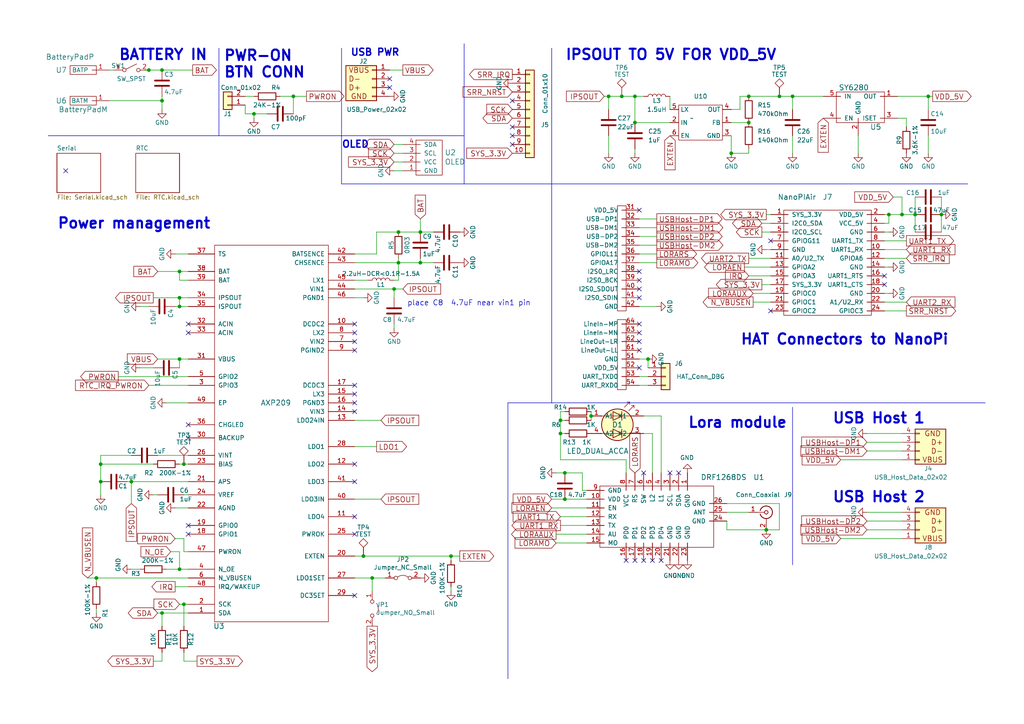
<source format=kicad_sch>
(kicad_sch (version 20230121) (generator eeschema)
  (paper "A4")
  (title_block (title "WiRoc NanoPI Hat") (date "2018-03-31") (rev "1") (company "Henrik Larsson"))
  (junction (at 163.83 137.16))
  (junction (at 85.09 27.94))
  (junction (at 162.56 121.92))
  (junction (at 52.07 86.36))
  (junction (at 46.99 177.8))
  (junction (at 226.06 27.94))
  (junction (at 52.07 78.74))
  (junction (at 222.25 153.67))
  (junction (at 29.21 134.62))
  (junction (at 52.07 104.14))
  (junction (at 187.96 104.14))
  (junction (at 269.24 27.94))
  (junction (at 105.41 161.29))
  (junction (at 38.1 139.7))
  (junction (at 115.57 67.31))
  (junction (at 46.99 29.21))
  (junction (at 73.66 33.02))
  (junction (at 180.34 27.94))
  (junction (at 176.53 27.94))
  (junction (at 107.95 167.64))
  (junction (at 121.92 67.31))
  (junction (at 53.34 175.26))
  (junction (at 217.17 35.56))
  (junction (at 27.94 167.64))
  (junction (at 46.99 20.32))
  (junction (at 184.15 27.94))
  (junction (at 273.05 62.23))
  (junction (at 184.15 35.56))
  (junction (at 162.56 125.73))
  (junction (at 121.92 76.2))
  (junction (at 217.17 27.94))
  (junction (at 29.21 139.7))
  (junction (at 163.83 144.78))
  (junction (at 212.09 44.45))
  (junction (at 52.07 88.9))
  (junction (at 229.87 27.94))
  (junction (at 43.18 20.32))
  (junction (at 171.45 120.65))
  (junction (at 261.62 62.23))
  (junction (at 52.07 165.1))
  (junction (at 114.3 83.82))
  (junction (at 130.81 161.29))
  (junction (at 115.57 76.2))
  (junction (at 53.34 134.62))
  (junction (at 257.81 62.23))
  (junction (at 265.43 62.23))
  (no_connect (at 223.52 90.17))
  (no_connect (at 102.87 116.84))
  (no_connect (at 102.87 119.38))
  (no_connect (at 113.03 25.4))
  (no_connect (at 256.54 82.55))
  (no_connect (at 54.61 154.94))
  (no_connect (at 102.87 114.3))
  (no_connect (at 186.69 162.56))
  (no_connect (at 102.87 172.72))
  (no_connect (at 54.61 127))
  (no_connect (at 185.42 101.6))
  (no_connect (at 191.77 162.56))
  (no_connect (at 181.61 162.56))
  (no_connect (at 148.59 36.83))
  (no_connect (at 102.87 134.62))
  (no_connect (at 19.05 49.53))
  (no_connect (at 54.61 123.19))
  (no_connect (at 54.61 96.52))
  (no_connect (at 148.59 29.21))
  (no_connect (at 54.61 152.4))
  (no_connect (at 102.87 93.98))
  (no_connect (at 148.59 41.91))
  (no_connect (at 102.87 111.76))
  (no_connect (at 185.42 81.28))
  (no_connect (at 196.85 137.16))
  (no_connect (at 54.61 93.98))
  (no_connect (at 102.87 149.86))
  (no_connect (at 102.87 101.6))
  (no_connect (at 102.87 96.52))
  (no_connect (at 185.42 78.74))
  (no_connect (at 102.87 99.06))
  (no_connect (at 185.42 93.98))
  (no_connect (at 113.03 22.86))
  (no_connect (at 185.42 86.36))
  (no_connect (at 186.69 137.16))
  (no_connect (at 185.42 106.68))
  (no_connect (at 184.15 162.56))
  (no_connect (at 185.42 60.96))
  (no_connect (at 189.23 162.56))
  (no_connect (at 256.54 80.01))
  (no_connect (at 148.59 39.37))
  (no_connect (at 102.87 154.94))
  (no_connect (at 102.87 139.7))
  (no_connect (at 185.42 99.06))
  (no_connect (at 185.42 83.82))
  (no_connect (at 223.52 69.85))
  (no_connect (at 185.42 96.52))
  (no_connect (at 194.31 137.16))
  (wire (pts (xy 185.42 76.2) (xy 190.5 76.2)))
  (wire (pts (xy 107.95 167.64) (xy 107.95 171.45)))
  (wire (pts (xy 168.91 137.16) (xy 163.83 137.16)))
  (wire (pts (xy 29.21 139.7) (xy 29.21 143.51)))
  (wire (pts (xy 52.07 175.26) (xy 53.34 175.26)))
  (wire (pts (xy 115.57 67.31) (xy 121.92 67.31)))
  (wire (pts (xy 191.77 120.65) (xy 186.69 120.65)))
  (wire (pts (xy 36.83 139.7) (xy 38.1 139.7)))
  (wire (pts (xy 115.57 76.2) (xy 115.57 81.28)))
  (wire (pts (xy 53.34 191.77) (xy 57.15 191.77)))
  (wire (pts (xy 184.15 27.94) (xy 186.69 27.94)))
  (polyline (pts (xy 147.32 196.85) (xy 147.32 116.84)))
  (wire (pts (xy 210.82 153.67) (xy 210.82 151.13)))
  (wire (pts (xy 102.87 167.64) (xy 107.95 167.64)))
  (wire (pts (xy 54.61 81.28) (xy 52.07 81.28)))
  (wire (pts (xy 269.24 31.75) (xy 269.24 27.94)))
  (wire (pts (xy 46.99 181.61) (xy 46.99 177.8)))
  (wire (pts (xy 217.17 44.45) (xy 212.09 44.45)))
  (wire (pts (xy 194.31 35.56) (xy 184.15 35.56)))
  (wire (pts (xy 214.63 31.75) (xy 212.09 31.75)))
  (wire (pts (xy 41.91 20.32) (xy 43.18 20.32)))
  (wire (pts (xy 121.92 76.2) (xy 121.92 74.93)))
  (wire (pts (xy 257.81 62.23) (xy 261.62 62.23)))
  (wire (pts (xy 185.42 109.22) (xy 187.96 109.22)))
  (wire (pts (xy 50.8 147.32) (xy 54.61 147.32)))
  (wire (pts (xy 121.92 76.2) (xy 125.73 76.2)))
  (wire (pts (xy 223.52 67.31) (xy 220.98 67.31)))
  (wire (pts (xy 265.43 67.31) (xy 265.43 62.23)))
  (wire (pts (xy 212.09 35.56) (xy 217.17 35.56)))
  (wire (pts (xy 171.45 119.38) (xy 171.45 120.65)))
  (wire (pts (xy 256.54 85.09) (xy 257.81 85.09)))
  (wire (pts (xy 46.99 27.94) (xy 46.99 29.21)))
  (wire (pts (xy 256.54 69.85) (xy 262.89 69.85)))
  (wire (pts (xy 54.61 170.18) (xy 50.8 170.18)))
  (wire (pts (xy 162.56 149.86) (xy 170.18 149.86)))
  (wire (pts (xy 130.81 161.29) (xy 133.35 161.29)))
  (wire (pts (xy 220.98 64.77) (xy 223.52 64.77)))
  (wire (pts (xy 256.54 74.93) (xy 262.89 74.93)))
  (polyline (pts (xy 147.32 116.84) (xy 285.75 116.84)))
  (wire (pts (xy 38.1 132.08) (xy 29.21 132.08)))
  (wire (pts (xy 259.08 57.15) (xy 261.62 57.15)))
  (wire (pts (xy 53.34 156.21) (xy 53.34 160.02)))
  (wire (pts (xy 54.61 143.51) (xy 53.34 143.51)))
  (wire (pts (xy 114.3 46.99) (xy 116.84 46.99)))
  (wire (pts (xy 105.41 86.36) (xy 102.87 86.36)))
  (wire (pts (xy 251.46 153.67) (xy 261.62 153.67)))
  (wire (pts (xy 176.53 39.37) (xy 176.53 44.45)))
  (wire (pts (xy 223.52 80.01) (xy 217.17 80.01)))
  (wire (pts (xy 261.62 133.35) (xy 243.84 133.35)))
  (wire (pts (xy 45.72 132.08) (xy 54.61 132.08)))
  (polyline (pts (xy 63.5 39.37) (xy 63.5 13.97)))
  (wire (pts (xy 256.54 62.23) (xy 257.81 62.23)))
  (wire (pts (xy 53.34 156.21) (xy 50.8 156.21)))
  (wire (pts (xy 248.92 39.37) (xy 248.92 44.45)))
  (wire (pts (xy 170.18 157.48) (xy 161.29 157.48)))
  (polyline (pts (xy 160.02 13.97) (xy 160.02 116.84)))
  (wire (pts (xy 130.81 170.18) (xy 130.81 171.45)))
  (wire (pts (xy 257.81 77.47) (xy 256.54 77.47)))
  (wire (pts (xy 162.56 125.73) (xy 162.56 133.35)))
  (wire (pts (xy 114.3 41.91) (xy 116.84 41.91)))
  (polyline (pts (xy 160.02 53.34) (xy 280.67 53.34)))
  (wire (pts (xy 38.1 146.05) (xy 38.1 139.7)))
  (polyline (pts (xy 229.87 118.11) (xy 229.87 163.83)))
  (wire (pts (xy 52.07 81.28) (xy 52.07 78.74)))
  (wire (pts (xy 163.83 125.73) (xy 162.56 125.73)))
  (wire (pts (xy 170.18 142.24) (xy 168.91 142.24)))
  (wire (pts (xy 190.5 66.04) (xy 185.42 66.04)))
  (wire (pts (xy 54.61 165.1) (xy 52.07 165.1)))
  (wire (pts (xy 190.5 71.12) (xy 185.42 71.12)))
  (wire (pts (xy 256.54 64.77) (xy 257.81 64.77)))
  (wire (pts (xy 115.57 81.28) (xy 114.3 81.28)))
  (wire (pts (xy 212.09 39.37) (xy 212.09 44.45)))
  (wire (pts (xy 189.23 137.16) (xy 189.23 125.73)))
  (wire (pts (xy 102.87 129.54) (xy 109.22 129.54)))
  (wire (pts (xy 73.66 33.02) (xy 73.66 34.29)))
  (wire (pts (xy 273.05 57.15) (xy 273.05 62.23)))
  (wire (pts (xy 130.81 162.56) (xy 130.81 161.29)))
  (wire (pts (xy 226.06 27.94) (xy 229.87 27.94)))
  (wire (pts (xy 215.9 77.47) (xy 223.52 77.47)))
  (wire (pts (xy 257.81 64.77) (xy 257.81 62.23)))
  (wire (pts (xy 191.77 137.16) (xy 191.77 120.65)))
  (wire (pts (xy 181.61 133.35) (xy 181.61 137.16)))
  (wire (pts (xy 273.05 67.31) (xy 273.05 62.23)))
  (wire (pts (xy 185.42 73.66) (xy 190.5 73.66)))
  (polyline (pts (xy 13.97 39.37) (xy 134.62 39.37)))
  (polyline (pts (xy 99.06 13.97) (xy 99.06 53.34)))
  (wire (pts (xy 49.53 160.02) (xy 52.07 160.02)))
  (wire (pts (xy 121.92 67.31) (xy 125.73 67.31)))
  (wire (pts (xy 269.24 27.94) (xy 270.51 27.94)))
  (wire (pts (xy 38.1 165.1) (xy 40.64 165.1)))
  (wire (pts (xy 102.87 161.29) (xy 105.41 161.29)))
  (wire (pts (xy 109.22 67.31) (xy 115.57 67.31)))
  (wire (pts (xy 222.25 153.67) (xy 226.06 153.67)))
  (wire (pts (xy 44.45 143.51) (xy 45.72 143.51)))
  (wire (pts (xy 180.34 27.94) (xy 176.53 27.94)))
  (wire (pts (xy 52.07 104.14) (xy 54.61 104.14)))
  (wire (pts (xy 53.34 189.23) (xy 53.34 191.77)))
  (wire (pts (xy 160.02 144.78) (xy 163.83 144.78)))
  (wire (pts (xy 46.99 29.21) (xy 46.99 31.75)))
  (wire (pts (xy 46.99 177.8) (xy 45.72 177.8)))
  (wire (pts (xy 52.07 78.74) (xy 54.61 78.74)))
  (polyline (pts (xy 99.06 53.34) (xy 160.02 53.34)))
  (wire (pts (xy 27.94 168.91) (xy 27.94 167.64)))
  (wire (pts (xy 40.64 88.9) (xy 43.18 88.9)))
  (wire (pts (xy 73.66 33.02) (xy 77.47 33.02)))
  (wire (pts (xy 226.06 146.05) (xy 226.06 153.67)))
  (wire (pts (xy 102.87 73.66) (xy 109.22 73.66)))
  (wire (pts (xy 38.1 139.7) (xy 54.61 139.7)))
  (wire (pts (xy 194.31 31.75) (xy 194.31 27.94)))
  (wire (pts (xy 184.15 43.18) (xy 184.15 44.45)))
  (wire (pts (xy 102.87 76.2) (xy 115.57 76.2)))
  (wire (pts (xy 163.83 144.78) (xy 170.18 144.78)))
  (wire (pts (xy 214.63 27.94) (xy 217.17 27.94)))
  (wire (pts (xy 185.42 68.58) (xy 190.5 68.58)))
  (wire (pts (xy 52.07 86.36) (xy 54.61 86.36)))
  (wire (pts (xy 162.56 133.35) (xy 181.61 133.35)))
  (wire (pts (xy 210.82 153.67) (xy 222.25 153.67)))
  (wire (pts (xy 217.17 74.93) (xy 223.52 74.93)))
  (wire (pts (xy 261.62 57.15) (xy 261.62 62.23)))
  (wire (pts (xy 31.75 29.21) (xy 46.99 29.21)))
  (wire (pts (xy 256.54 67.31) (xy 257.81 67.31)))
  (wire (pts (xy 114.3 44.45) (xy 116.84 44.45)))
  (wire (pts (xy 31.75 20.32) (xy 33.02 20.32)))
  (wire (pts (xy 25.4 167.64) (xy 27.94 167.64)))
  (wire (pts (xy 45.72 78.74) (xy 52.07 78.74)))
  (wire (pts (xy 44.45 134.62) (xy 29.21 134.62)))
  (wire (pts (xy 262.89 34.29) (xy 260.35 34.29)))
  (wire (pts (xy 269.24 44.45) (xy 269.24 39.37)))
  (polyline (pts (xy 134.62 12.7) (xy 134.62 53.34)))
  (wire (pts (xy 52.07 88.9) (xy 52.07 86.36)))
  (wire (pts (xy 53.34 175.26) (xy 53.34 181.61)))
  (wire (pts (xy 184.15 27.94) (xy 184.15 35.56)))
  (wire (pts (xy 71.12 27.94) (xy 73.66 27.94)))
  (wire (pts (xy 210.82 146.05) (xy 226.06 146.05)))
  (wire (pts (xy 262.89 87.63) (xy 256.54 87.63)))
  (wire (pts (xy 43.18 111.76) (xy 54.61 111.76)))
  (wire (pts (xy 265.43 57.15) (xy 265.43 62.23)))
  (wire (pts (xy 260.35 27.94) (xy 269.24 27.94)))
  (wire (pts (xy 102.87 121.92) (xy 110.49 121.92)))
  (wire (pts (xy 217.17 43.18) (xy 217.17 44.45)))
  (wire (pts (xy 27.94 167.64) (xy 54.61 167.64)))
  (wire (pts (xy 218.44 87.63) (xy 223.52 87.63)))
  (wire (pts (xy 162.56 152.4) (xy 170.18 152.4)))
  (wire (pts (xy 34.29 109.22) (xy 54.61 109.22)))
  (wire (pts (xy 163.83 121.92) (xy 162.56 121.92)))
  (wire (pts (xy 46.99 191.77) (xy 44.45 191.77)))
  (wire (pts (xy 210.82 148.59) (xy 217.17 148.59)))
  (wire (pts (xy 29.21 132.08) (xy 29.21 134.62)))
  (wire (pts (xy 162.56 119.38) (xy 162.56 121.92)))
  (wire (pts (xy 256.54 90.17) (xy 262.89 90.17)))
  (wire (pts (xy 184.15 27.94) (xy 180.34 27.94)))
  (wire (pts (xy 102.87 81.28) (xy 106.68 81.28)))
  (wire (pts (xy 114.3 86.36) (xy 114.3 83.82)))
  (wire (pts (xy 114.3 83.82) (xy 116.84 83.82)))
  (wire (pts (xy 251.46 125.73) (xy 261.62 125.73)))
  (wire (pts (xy 85.09 33.02) (xy 85.09 27.94)))
  (wire (pts (xy 223.52 62.23) (xy 222.25 62.23)))
  (wire (pts (xy 261.62 128.27) (xy 251.46 128.27)))
  (wire (pts (xy 185.42 111.76) (xy 187.96 111.76)))
  (wire (pts (xy 45.72 104.14) (xy 52.07 104.14)))
  (wire (pts (xy 102.87 83.82) (xy 114.3 83.82)))
  (wire (pts (xy 229.87 27.94) (xy 238.76 27.94)))
  (wire (pts (xy 71.12 33.02) (xy 71.12 30.48)))
  (wire (pts (xy 226.06 27.94) (xy 217.17 27.94)))
  (wire (pts (xy 50.8 88.9) (xy 52.07 88.9)))
  (wire (pts (xy 187.96 106.68) (xy 187.96 104.14)))
  (wire (pts (xy 161.29 137.16) (xy 163.83 137.16)))
  (wire (pts (xy 223.52 72.39) (xy 222.25 72.39)))
  (wire (pts (xy 40.64 106.68) (xy 44.45 106.68)))
  (wire (pts (xy 229.87 31.75) (xy 229.87 27.94)))
  (wire (pts (xy 54.61 116.84) (xy 48.26 116.84)))
  (wire (pts (xy 53.34 175.26) (xy 54.61 175.26)))
  (wire (pts (xy 114.3 49.53) (xy 116.84 49.53)))
  (wire (pts (xy 53.34 134.62) (xy 54.61 134.62)))
  (wire (pts (xy 171.45 121.92) (xy 171.45 120.65)))
  (wire (pts (xy 170.18 154.94) (xy 161.29 154.94)))
  (wire (pts (xy 115.57 76.2) (xy 121.92 76.2)))
  (wire (pts (xy 102.87 144.78) (xy 110.49 144.78)))
  (wire (pts (xy 256.54 72.39) (xy 262.89 72.39)))
  (wire (pts (xy 220.98 82.55) (xy 223.52 82.55)))
  (wire (pts (xy 115.57 74.93) (xy 115.57 76.2)))
  (wire (pts (xy 85.09 27.94) (xy 88.9 27.94)))
  (wire (pts (xy 185.42 104.14) (xy 187.96 104.14)))
  (wire (pts (xy 52.07 134.62) (xy 53.34 134.62)))
  (wire (pts (xy 163.83 119.38) (xy 162.56 119.38)))
  (wire (pts (xy 46.99 189.23) (xy 46.99 191.77)))
  (wire (pts (xy 176.53 27.94) (xy 176.53 31.75)))
  (wire (pts (xy 52.07 88.9) (xy 54.61 88.9)))
  (wire (pts (xy 44.45 86.36) (xy 52.07 86.36)))
  (wire (pts (xy 262.89 36.83) (xy 262.89 34.29)))
  (wire (pts (xy 107.95 167.64) (xy 111.76 167.64)))
  (wire (pts (xy 251.46 148.59) (xy 261.62 148.59)))
  (wire (pts (xy 261.62 62.23) (xy 265.43 62.23)))
  (wire (pts (xy 261.62 151.13) (xy 251.46 151.13)))
  (wire (pts (xy 121.92 67.31) (xy 121.92 63.5)))
  (wire (pts (xy 168.91 142.24) (xy 168.91 137.16)))
  (wire (pts (xy 71.12 33.02) (xy 73.66 33.02)))
  (wire (pts (xy 189.23 125.73) (xy 186.69 125.73)))
  (wire (pts (xy 162.56 121.92) (xy 162.56 125.73)))
  (wire (pts (xy 261.62 156.21) (xy 243.84 156.21)))
  (wire (pts (xy 43.18 20.32) (xy 46.99 20.32)))
  (wire (pts (xy 229.87 39.37) (xy 229.87 44.45)))
  (wire (pts (xy 160.02 147.32) (xy 170.18 147.32)))
  (wire (pts (xy 52.07 106.68) (xy 52.07 104.14)))
  (wire (pts (xy 251.46 130.81) (xy 261.62 130.81)))
  (wire (pts (xy 81.28 27.94) (xy 85.09 27.94)))
  (wire (pts (xy 54.61 73.66) (xy 50.8 73.66)))
  (wire (pts (xy 105.41 161.29) (xy 130.81 161.29)))
  (wire (pts (xy 113.03 20.32) (xy 116.84 20.32)))
  (wire (pts (xy 52.07 165.1) (xy 48.26 165.1)))
  (wire (pts (xy 46.99 20.32) (xy 55.88 20.32)))
  (wire (pts (xy 175.26 27.94) (xy 176.53 27.94)))
  (wire (pts (xy 29.21 134.62) (xy 29.21 139.7)))
  (wire (pts (xy 52.07 160.02) (xy 52.07 165.1)))
  (wire (pts (xy 53.34 160.02) (xy 54.61 160.02)))
  (wire (pts (xy 27.94 177.8) (xy 27.94 176.53)))
  (wire (pts (xy 114.3 95.25) (xy 114.3 93.98)))
  (wire (pts (xy 109.22 73.66) (xy 109.22 67.31)))
  (wire (pts (xy 214.63 31.75) (xy 214.63 27.94)))
  (wire (pts (xy 185.42 88.9) (xy 190.5 88.9)))
  (wire (pts (xy 54.61 177.8) (xy 46.99 177.8)))
  (wire (pts (xy 218.44 85.09) (xy 223.52 85.09)))
  (wire (pts (xy 185.42 63.5) (xy 190.5 63.5)))
  (text "place C8  4.7uF near vin1 pin" (at 118.11 88.9 0) (effects (font (size 1.524 1.524)) (justify left bottom)))
  (text "USB PWR" (at 101.6 16.51 0) (effects (font (size 2.0066 2.0066) (thickness 0.4013) bold) (justify left bottom)))
  (text "USB Host 2" (at 241.3 146.05 0) (effects (font (size 2.9972 2.9972) (thickness 0.5994) bold) (justify left bottom)))
  (text "Lora module" (at 199.39 124.46 0) (effects (font (size 2.9972 2.9972) (thickness 0.5994) bold) (justify left bottom)))
  (text "HAT Connectors to NanoPi" (at 214.63 100.33 0) (effects (font (size 2.9972 2.9972) (thickness 0.5994) bold) (justify left bottom)))
  (text "IPSOUT TO 5V FOR VDD_5V" (at 163.83 17.78 0) (effects (font (size 2.9972 2.9972) (thickness 0.5994) bold) (justify left bottom)))
  (text "PWR-ON\nBTN CONN" (at 64.77 22.86 0) (effects (font (size 2.9972 2.9972) (thickness 0.5994) bold) (justify left bottom)))
  (text "Power management" (at 16.51 66.675 0) (effects (font (size 2.9972 2.9972) (thickness 0.5994) bold) (justify left bottom)))
  (text "OLED" (at 99.06 43.18 0) (effects (font (size 2.0066 2.0066) (thickness 0.4013) bold) (justify left bottom)))
  (text "USB Host 1" (at 241.3 123.19 0) (effects (font (size 2.9972 2.9972) (thickness 0.5994) bold) (justify left bottom)))
  (text "BATTERY IN" (at 34.29 17.78 0) (effects (font (size 2.9972 2.9972) (thickness 0.5994) bold) (justify left bottom)))
  (global_label "IPSOUT" (shape input) (at 116.84 83.82 0) (effects (font (size 1.524 1.524))) (property "Intersheetrefs" "${INTERSHEET_REFS}" (effects hide)))
  (global_label "SYS_3.3V" (shape output) (at 220.98 82.55 180) (effects (font (size 1.524 1.524))) (property "Intersheetrefs" "${INTERSHEET_REFS}" (effects hide)))
  (global_label "VDD_5V" (shape input) (at 160.02 144.78 180) (effects (font (size 1.524 1.524))) (property "Intersheetrefs" "${INTERSHEET_REFS}" (effects hide)))
  (global_label "SRR_NRST" (shape input) (at 148.59 26.67 180) (effects (font (size 1.524 1.524))) (property "Intersheetrefs" "${INTERSHEET_REFS}" (effects hide)))
  (global_label "PWRON" (shape input) (at 50.8 156.21 180) (effects (font (size 1.524 1.524))) (property "Intersheetrefs" "${INTERSHEET_REFS}" (effects hide)))
  (global_label "LORARS" (shape input) (at 184.15 137.16 90) (effects (font (size 1.524 1.524))) (property "Intersheetrefs" "${INTERSHEET_REFS}" (effects hide)))
  (global_label "USBHost-DP2" (shape input) (at 251.46 151.13 180) (effects (font (size 1.524 1.524))) (property "Intersheetrefs" "${INTERSHEET_REFS}" (effects hide)))
  (global_label "IPSOUT" (shape input) (at 38.1 146.05 270) (effects (font (size 1.524 1.524))) (property "Intersheetrefs" "${INTERSHEET_REFS}" (effects hide)))
  (global_label "VDD_5V" (shape input) (at 243.84 133.35 180) (effects (font (size 1.524 1.524))) (property "Intersheetrefs" "${INTERSHEET_REFS}" (effects hide)))
  (global_label "LORAEN" (shape input) (at 160.02 147.32 180) (effects (font (size 1.524 1.524))) (property "Intersheetrefs" "${INTERSHEET_REFS}" (effects hide)))
  (global_label "SCK" (shape input) (at 52.07 175.26 180) (effects (font (size 1.524 1.524))) (property "Intersheetrefs" "${INTERSHEET_REFS}" (effects hide)))
  (global_label "IPSOUT" (shape input) (at 175.26 27.94 180) (effects (font (size 1.524 1.524))) (property "Intersheetrefs" "${INTERSHEET_REFS}" (effects hide)))
  (global_label "SRR_IRQ" (shape input) (at 262.89 74.93 0) (effects (font (size 1.524 1.524))) (property "Intersheetrefs" "${INTERSHEET_REFS}" (effects hide)))
  (global_label "LDO1" (shape output) (at 109.22 129.54 0) (effects (font (size 1.524 1.524))) (property "Intersheetrefs" "${INTERSHEET_REFS}" (effects hide)))
  (global_label "LORAMO" (shape input) (at 161.29 157.48 180) (effects (font (size 1.524 1.524))) (property "Intersheetrefs" "${INTERSHEET_REFS}" (effects hide)))
  (global_label "VDD_5V" (shape output) (at 270.51 27.94 0) (effects (font (size 1.524 1.524))) (property "Intersheetrefs" "${INTERSHEET_REFS}" (effects hide)))
  (global_label "N_OE" (shape input) (at 49.53 160.02 180) (effects (font (size 1.524 1.524))) (property "Intersheetrefs" "${INTERSHEET_REFS}" (effects hide)))
  (global_label "LORARS" (shape output) (at 190.5 73.66 0) (effects (font (size 1.524 1.524))) (property "Intersheetrefs" "${INTERSHEET_REFS}" (effects hide)))
  (global_label "SDA" (shape bidirectional) (at 114.3 41.91 180) (effects (font (size 1.524 1.524))) (property "Intersheetrefs" "${INTERSHEET_REFS}" (effects hide)))
  (global_label "SYS_3.3V" (shape input) (at 148.59 44.45 180) (effects (font (size 1.524 1.524))) (property "Intersheetrefs" "${INTERSHEET_REFS}" (effects hide)))
  (global_label "SYS_3.3V" (shape output) (at 44.45 191.77 180) (effects (font (size 1.524 1.524))) (property "Intersheetrefs" "${INTERSHEET_REFS}" (effects hide)))
  (global_label "USBHost-DM1" (shape output) (at 190.5 66.04 0) (effects (font (size 1.524 1.524))) (property "Intersheetrefs" "${INTERSHEET_REFS}" (effects hide)))
  (global_label "IRQ" (shape output) (at 50.8 170.18 180) (effects (font (size 1.524 1.524))) (property "Intersheetrefs" "${INTERSHEET_REFS}" (effects hide)))
  (global_label "BAT" (shape input) (at 121.92 63.5 90) (effects (font (size 1.524 1.524))) (property "Intersheetrefs" "${INTERSHEET_REFS}" (effects hide)))
  (global_label "IPSOUT" (shape input) (at 110.49 121.92 0) (effects (font (size 1.524 1.524))) (property "Intersheetrefs" "${INTERSHEET_REFS}" (effects hide)))
  (global_label "SYS_3.3V" (shape output) (at 57.15 191.77 0) (effects (font (size 1.524 1.524))) (property "Intersheetrefs" "${INTERSHEET_REFS}" (effects hide)))
  (global_label "USBHost-DP1" (shape input) (at 251.46 128.27 180) (effects (font (size 1.524 1.524))) (property "Intersheetrefs" "${INTERSHEET_REFS}" (effects hide)))
  (global_label "LORAEN" (shape output) (at 215.9 77.47 180) (effects (font (size 1.524 1.524))) (property "Intersheetrefs" "${INTERSHEET_REFS}" (effects hide)))
  (global_label "USBHost-DM2" (shape output) (at 190.5 71.12 0) (effects (font (size 1.524 1.524))) (property "Intersheetrefs" "${INTERSHEET_REFS}" (effects hide)))
  (global_label "USBHost-DM2" (shape input) (at 251.46 153.67 180) (effects (font (size 1.524 1.524))) (property "Intersheetrefs" "${INTERSHEET_REFS}" (effects hide)))
  (global_label "N_VBUSEN" (shape output) (at 218.44 87.63 180) (effects (font (size 1.524 1.524))) (property "Intersheetrefs" "${INTERSHEET_REFS}" (effects hide)))
  (global_label "SYS_3.3V" (shape input) (at 114.3 46.99 180) (effects (font (size 1.524 1.524))) (property "Intersheetrefs" "${INTERSHEET_REFS}" (effects hide)))
  (global_label "VDD_5V" (shape input) (at 243.84 156.21 180) (effects (font (size 1.524 1.524))) (property "Intersheetrefs" "${INTERSHEET_REFS}" (effects hide)))
  (global_label "SYS_3.3V" (shape output) (at 107.95 181.61 270) (effects (font (size 1.524 1.524))) (property "Intersheetrefs" "${INTERSHEET_REFS}" (effects hide)))
  (global_label "UART2_RX" (shape input) (at 262.89 87.63 0) (effects (font (size 1.524 1.524))) (property "Intersheetrefs" "${INTERSHEET_REFS}" (effects hide)))
  (global_label "BAT" (shape output) (at 55.88 20.32 0) (effects (font (size 1.524 1.524))) (property "Intersheetrefs" "${INTERSHEET_REFS}" (effects hide)))
  (global_label "UART2_TX" (shape output) (at 217.17 74.93 180) (effects (font (size 1.524 1.524))) (property "Intersheetrefs" "${INTERSHEET_REFS}" (effects hide)))
  (global_label "PWRON" (shape output) (at 34.29 109.22 180) (effects (font (size 1.524 1.524))) (property "Intersheetrefs" "${INTERSHEET_REFS}" (effects hide)))
  (global_label "LORAAUX" (shape input) (at 218.44 85.09 180) (effects (font (size 1.524 1.524))) (property "Intersheetrefs" "${INTERSHEET_REFS}" (effects hide)))
  (global_label "EXTEN" (shape input) (at 194.31 39.37 270) (effects (font (size 1.524 1.524))) (property "Intersheetrefs" "${INTERSHEET_REFS}" (effects hide)))
  (global_label "VBUS" (shape output) (at 116.84 20.32 0) (effects (font (size 1.524 1.524))) (property "Intersheetrefs" "${INTERSHEET_REFS}" (effects hide)))
  (global_label "IPSOUT" (shape output) (at 44.45 86.36 180) (effects (font (size 1.524 1.524))) (property "Intersheetrefs" "${INTERSHEET_REFS}" (effects hide)))
  (global_label "SCK" (shape input) (at 114.3 44.45 180) (effects (font (size 1.524 1.524))) (property "Intersheetrefs" "${INTERSHEET_REFS}" (effects hide)))
  (global_label "LORAMO" (shape output) (at 190.5 76.2 0) (effects (font (size 1.524 1.524))) (property "Intersheetrefs" "${INTERSHEET_REFS}" (effects hide)))
  (global_label "PWRON" (shape output) (at 88.9 27.94 0) (effects (font (size 1.524 1.524))) (property "Intersheetrefs" "${INTERSHEET_REFS}" (effects hide)))
  (global_label "SRR_NRST" (shape output) (at 262.89 90.17 0) (effects (font (size 1.524 1.524))) (property "Intersheetrefs" "${INTERSHEET_REFS}" (effects hide)))
  (global_label "IRQ" (shape input) (at 217.17 80.01 180) (effects (font (size 1.524 1.524))) (property "Intersheetrefs" "${INTERSHEET_REFS}" (effects hide)))
  (global_label "UART1_RX" (shape output) (at 162.56 152.4 180) (effects (font (size 1.524 1.524))) (property "Intersheetrefs" "${INTERSHEET_REFS}" (effects hide)))
  (global_label "UART1_TX" (shape input) (at 162.56 149.86 180) (effects (font (size 1.524 1.524))) (property "Intersheetrefs" "${INTERSHEET_REFS}" (effects hide)))
  (global_label "VDD_5V" (shape input) (at 259.08 57.15 180) (effects (font (size 1.524 1.524))) (property "Intersheetrefs" "${INTERSHEET_REFS}" (effects hide)))
  (global_label "USBHost-DP2" (shape output) (at 190.5 68.58 0) (effects (font (size 1.524 1.524))) (property "Intersheetrefs" "${INTERSHEET_REFS}" (effects hide)))
  (global_label "LORAAUX" (shape output) (at 161.29 154.94 180) (effects (font (size 1.524 1.524))) (property "Intersheetrefs" "${INTERSHEET_REFS}" (effects hide)))
  (global_label "RTC_IRQ_PWRON" (shape input) (at 43.18 111.76 180) (effects (font (size 1.524 1.524))) (property "Intersheetrefs" "${INTERSHEET_REFS}" (effects hide)))
  (global_label "SCK" (shape output) (at 220.98 67.31 180) (effects (font (size 1.524 1.524))) (property "Intersheetrefs" "${INTERSHEET_REFS}" (effects hide)))
  (global_label "UART1_TX" (shape output) (at 262.89 69.85 0) (effects (font (size 1.524 1.524))) (property "Intersheetrefs" "${INTERSHEET_REFS}" (effects hide)))
  (global_label "SDA" (shape bidirectional) (at 45.72 177.8 180) (effects (font (size 1.524 1.524))) (property "Intersheetrefs" "${INTERSHEET_REFS}" (effects hide)))
  (global_label "EXTEN" (shape output) (at 133.35 161.29 0) (effects (font (size 1.524 1.524))) (property "Intersheetrefs" "${INTERSHEET_REFS}" (effects hide)))
  (global_label "SRR_IRQ" (shape output) (at 148.59 21.59 180) (effects (font (size 1.524 1.524))) (property "Intersheetrefs" "${INTERSHEET_REFS}" (effects hide)))
  (global_label "VBUS" (shape input) (at 45.72 104.14 180) (effects (font (size 1.524 1.524))) (property "Intersheetrefs" "${INTERSHEET_REFS}" (effects hide)))
  (global_label "SCK" (shape input) (at 148.59 31.75 180) (effects (font (size 1.524 1.524))) (property "Intersheetrefs" "${INTERSHEET_REFS}" (effects hide)))
  (global_label "UART1_RX" (shape input) (at 262.89 72.39 0) (effects (font (size 1.524 1.524))) (property "Intersheetrefs" "${INTERSHEET_REFS}" (effects hide)))
  (global_label "USBHost-DP1" (shape output) (at 190.5 63.5 0) (effects (font (size 1.524 1.524))) (property "Intersheetrefs" "${INTERSHEET_REFS}" (effects hide)))
  (global_label "IPSOUT" (shape input) (at 110.49 144.78 0) (effects (font (size 1.524 1.524))) (property "Intersheetrefs" "${INTERSHEET_REFS}" (effects hide)))
  (global_label "BAT" (shape input) (at 45.72 78.74 180) (effects (font (size 1.524 1.524))) (property "Intersheetrefs" "${INTERSHEET_REFS}" (effects hide)))
  (global_label "USBHost-DM1" (shape input) (at 251.46 130.81 180) (effects (font (size 1.524 1.524))) (property "Intersheetrefs" "${INTERSHEET_REFS}" (effects hide)))
  (global_label "EXTEN" (shape input) (at 238.76 34.29 270) (effects (font (size 1.524 1.524))) (property "Intersheetrefs" "${INTERSHEET_REFS}" (effects hide)))
  (global_label "SDA" (shape bidirectional) (at 148.59 34.29 180) (effects (font (size 1.524 1.524))) (property "Intersheetrefs" "${INTERSHEET_REFS}" (effects hide)))
  (global_label "SDA" (shape bidirectional) (at 220.98 64.77 180) (effects (font (size 1.524 1.524))) (property "Intersheetrefs" "${INTERSHEET_REFS}" (effects hide)))
  (global_label "N_VBUSEN" (shape input) (at 25.4 167.64 90) (effects (font (size 1.524 1.524))) (property "Intersheetrefs" "${INTERSHEET_REFS}" (effects hide)))
  (global_label "SYS_3.3V" (shape output) (at 222.25 62.23 180) (effects (font (size 1.524 1.524))) (property "Intersheetrefs" "${INTERSHEET_REFS}" (effects hide)))
  (symbol (lib_id "WiRoc:axp209") (at 80.01 121.92 0) (unit 1)
    (property "Reference" "U3" (at 63.5 181.61 0) (effects (font (size 1.524 1.524))))
    (property "Value" "AXP209" (at 80.01 116.84 0) (effects (font (size 1.524 1.524))))
    (property "Footprint" "WiRoc:qfn48_6x6mm_Pitch0.4mm" (effects hide))
    (property "Datasheet" "http://dl.linux-sunxi.org/AXP/AXP209_Datasheet_v1.0en.pdf" (effects hide))
    (property "Package" "6mm x 6mm 48-pin QFN" (effects hide))
    (property "ManufacturerPartNumber" "AXP209" (effects hide))
    (property "Description" "Enhanced single Cell Li-Battery and Power System Management IC" (effects hide))
    (property "Manufacturer" "X-Powers Limited" (effects hide))
    (property "Original" "Yes" (effects hide))
    (property "IncludeInBOM" "TRUE" (effects hide))
    (property "WebsiteURL" "https://lcsc.com/product-detail/PMIC-AC-DC-Converters_AXP209_C80525.html" (effects hide))
    (property "ThroughHole" "FALSE" (effects hide))
    (property "LCSC Part #" "C2997895" (effects hide))
  )
  (symbol (lib_id "WiRoc:SY6280") (at 248.92 30.48 0) (unit 1)
    (property "Reference" "U5" (at 254 36.83 0) (effects (font (size 1.524 1.524))))
    (property "Value" "SY6280" (at 247.65 25.4 0) (effects (font (size 1.524 1.524))))
    (property "Footprint" "Package_TO_SOT_SMD:SOT-23-5" (effects hide))
    (property "Datasheet" "https://datasheet.lcsc.com/szlcsc/1810121532_Silergy-Corp-SY6280AAC_C55136.pdf" (effects hide))
    (property "Package" "SOT23-5" (effects hide))
    (property "ManufacturerPartNumber" "SY6280AAC" (effects hide))
    (property "Manufacturer" "Silergy Corp" (effects hide))
    (property "Original" "Yes" (effects hide))
    (property "Description" "Power Distribution Switch, 1In/1Out, Act-High Enable, 1A, Vin 2.4÷5.5V, 80mΩ" (effects hide))
    (property "IncludeInBOM" "TRUE" (effects hide))
    (property "WebsiteURL" "https://lcsc.com/product-detail/PMIC-Power-Distribution-Switches_Silergy_SY6280AAC_SY6280AAC_C55136.html" (effects hide))
    (property "ThroughHole" "FALSE" (effects hide))
    (property "LCSC Part #" "C55136" (effects hide))
    (property "JLCPCB Rotation Offset" "-90" (effects hide))
  )
  (symbol (lib_id "Device:C") (at 269.24 35.56 0) (unit 1)
    (property "Reference" "C14" (at 269.875 33.02 0) (effects (justify left)))
    (property "Value" "10uF" (at 269.875 38.1 0) (effects (justify left)))
    (property "Footprint" "Capacitor_SMD:C_0603_1608Metric" (effects hide))
    (property "Package" "0603" (effects hide))
    (property "ManufacturerPartNumber" "CL10A106KP8NNNC" (effects hide))
    (property "IncludeInBOM" "TRUE" (effects hide))
    (property "Original" "No" (effects hide))
    (property "Manufacturer" "Samsung Electro-Mechanics" (effects hide))
    (property "WebsiteURL" "https://lcsc.com/product-detail/Multilayer-Ceramic-Capacitors-MLCC-SMD-SMT_SAMSUNG_CL10A106KP8NNNC_10uF-106-10-10V_C19702.html" (effects hide))
    (property "ThroughHole" "FALSE" (effects hide))
    (property "LCSC Part #" "C19702" (effects hide))
  )
  (symbol (lib_id "power:GND") (at 269.24 44.45 0) (unit 1)
    (property "Reference" "#PWR04" (effects hide))
    (property "Value" "GND" (at 269.24 48.26 0))
  )
  (symbol (lib_id "Device:R") (at 262.89 40.64 180) (unit 1)
    (property "Reference" "R9" (at 260.858 40.64 90))
    (property "Value" "3.6K-1%" (at 265.43 40.64 90))
    (property "Footprint" "Resistor_SMD:R_0603_1608Metric" (effects hide))
    (property "Package" "0603" (effects hide))
    (property "ManufacturerPartNumber" "0603WAF3601T5E" (effects hide))
    (property "Original" "No" (effects hide))
    (property "Manufacturer" "Uniroyal Elec" (effects hide))
    (property "WebsiteURL" "https://lcsc.com/product-detail/Chip-Resistor-Surface-Mount_3-6KR-3601-1_C100993.html" (effects hide))
    (property "IncludeInBOM" "TRUE" (effects hide))
    (property "ThroughHole" "FALSE" (effects hide))
    (property "LCSC Part #" "C22980" (effects hide))
  )
  (symbol (lib_id "power:GND") (at 248.92 44.45 0) (unit 1)
    (property "Reference" "#PWR05" (effects hide))
    (property "Value" "GND" (at 248.92 48.26 0))
  )
  (symbol (lib_id "power:GND") (at 262.89 44.45 0) (unit 1)
    (property "Reference" "#PWR06" (effects hide))
    (property "Value" "GND" (at 262.89 48.26 0))
  )
  (symbol (lib_id "power:GND") (at 50.8 73.66 270) (unit 1)
    (property "Reference" "#PWR07" (effects hide))
    (property "Value" "GND" (at 46.99 73.66 0))
  )
  (symbol (lib_id "Device:C") (at 46.99 24.13 0) (unit 1)
    (property "Reference" "C3" (at 47.625 21.59 0) (effects (justify left)))
    (property "Value" "4.7uF" (at 47.625 26.67 0) (effects (justify left)))
    (property "Footprint" "Capacitor_SMD:C_0603_1608Metric" (effects hide))
    (property "Package" "0603" (effects hide))
    (property "ManufacturerPartNumber" "CL10A475KO8NNNC" (effects hide))
    (property "IncludeInBOM" "TRUE" (effects hide))
    (property "Original" "No" (effects hide))
    (property "Manufacturer" "Samsung Electro-Mechanics" (effects hide))
    (property "WebsiteURL" "https://lcsc.com/product-detail/Multilayer-Ceramic-Capacitors-MLCC-SMD-SMT_4-7uF-475-10-16V_C99226.html" (effects hide))
    (property "ThroughHole" "FALSE" (effects hide))
    (property "LCSC Part #" "C19666" (effects hide))
  )
  (symbol (lib_id "power:GND") (at 46.99 31.75 0) (unit 1)
    (property "Reference" "#PWR08" (effects hide))
    (property "Value" "GND" (at 46.99 35.56 0))
  )
  (symbol (lib_id "Device:C") (at 46.99 88.9 270) (unit 1)
    (property "Reference" "C4" (at 49.53 89.535 0) (effects (justify left)))
    (property "Value" "10uF" (at 44.45 89.535 0) (effects (justify left)))
    (property "Footprint" "Capacitor_SMD:C_0603_1608Metric" (effects hide))
    (property "Package" "0603" (effects hide))
    (property "IncludeInBOM" "TRUE" (effects hide))
    (property "ManufacturerPartNumber" "CL10A106KP8NNNC" (effects hide))
    (property "Original" "No" (effects hide))
    (property "Manufacturer" "Samsung Electro-Mechanics" (effects hide))
    (property "WebsiteURL" "https://lcsc.com/product-detail/Multilayer-Ceramic-Capacitors-MLCC-SMD-SMT_SAMSUNG_CL10A106KP8NNNC_10uF-106-10-10V_C19702.html" (effects hide))
    (property "ThroughHole" "FALSE" (effects hide))
    (property "LCSC Part #" "C19702" (effects hide))
  )
  (symbol (lib_id "power:GND") (at 40.64 88.9 270) (unit 1)
    (property "Reference" "#PWR09" (effects hide))
    (property "Value" "GND" (at 36.83 88.9 0))
  )
  (symbol (lib_id "Device:R") (at 115.57 71.12 180) (unit 1)
    (property "Reference" "R5" (at 113.538 71.12 90))
    (property "Value" "0R03" (at 118.11 71.12 90))
    (property "Footprint" "Resistor_SMD:R_0805_2012Metric" (effects hide))
    (property "Package" "0805" (effects hide))
    (property "ManufacturerPartNumber" "0805W4F300MT5E" (effects hide))
    (property "IncludeInBOM" "TRUE" (effects hide))
    (property "Original" "No" (effects hide))
    (property "Description" "RESISTOR 0805 0.03Ω 1/8W±1%" (effects hide))
    (property "WebsiteURL" "https://lcsc.com/product-detail/Chip-Resistor-Surface-Mount_0-03R-R030-1_C158159.html" (effects hide))
    (property "Manufacturer" "Uniroyal Elec" (effects hide))
    (property "ThroughHole" "FALSE" (effects hide))
    (property "LCSC Part #" "C247605" (effects hide))
  )
  (symbol (lib_id "Device:C") (at 121.92 71.12 0) (unit 1)
    (property "Reference" "C9" (at 122.555 68.58 0) (effects (justify left)))
    (property "Value" "1uF" (at 122.555 73.66 0) (effects (justify left)))
    (property "Footprint" "Capacitor_SMD:C_0603_1608Metric" (effects hide))
    (property "Datasheet" "https://jlcpcb.com/partdetail/16531-CL10A105KB8NNNC/C15849" (effects hide))
    (property "Package" "0603" (effects hide))
    (property "IncludeInBOM" "TRUE" (effects hide))
    (property "ManufacturerPartNumber" "CL10A105KB8NNNC" (effects hide))
    (property "Original" "No" (effects hide))
    (property "Manufacturer" "Samsung Electro-Mechanics" (effects hide))
    (property "ThroughHole" "FALSE" (effects hide))
    (property "LCSC Part #" "C15849" (effects hide))
  )
  (symbol (lib_id "Device:L") (at 110.49 81.28 90) (unit 1)
    (property "Reference" "L1" (at 110.49 82.55 90))
    (property "Value" "2.2uH-DCR<0.1R-1.5A" (at 110.49 79.375 90))
    (property "Footprint" "WiRoc:Inductor_SLW4018" (effects hide))
    (property "Package" "4018" (effects hide))
    (property "Description" "FIXED IND 2.2UH 1.7A 55 MOHM SMD" (effects hide))
    (property "ManufacturerPartNumber" "SLW4018S2R2MST" (effects hide))
    (property "WebsiteURL" "https://lcsc.com/product-detail/Power-Inductors_2-2uH-20-1-65A_C206341.html" (effects hide))
    (property "Manufacturer" "Sunltech Tech" (effects hide))
    (property "IncludeInBOM" "TRUE" (effects hide))
    (property "Original" "Yes" (effects hide))
    (property "ThroughHole" "FALSE" (effects hide))
    (property "LCSC Part #" "C206341" (effects hide))
  )
  (symbol (lib_id "Device:C") (at 129.54 76.2 270) (unit 1)
    (property "Reference" "C11" (at 132.08 76.835 0) (effects (justify left)))
    (property "Value" "4.7uF" (at 127 76.835 0) (effects (justify left)))
    (property "Footprint" "Capacitor_SMD:C_0603_1608Metric" (effects hide))
    (property "Package" "0603" (effects hide))
    (property "ManufacturerPartNumber" "CL10A475KO8NNNC" (effects hide))
    (property "IncludeInBOM" "TRUE" (effects hide))
    (property "Original" "No" (effects hide))
    (property "Manufacturer" "Samsung Electro-Mechanics" (effects hide))
    (property "WebsiteURL" "https://lcsc.com/product-detail/Multilayer-Ceramic-Capacitors-MLCC-SMD-SMT_4-7uF-475-10-16V_C99226.html" (effects hide))
    (property "ThroughHole" "FALSE" (effects hide))
    (property "LCSC Part #" "C19666" (effects hide))
  )
  (symbol (lib_id "Device:C") (at 129.54 67.31 270) (unit 1)
    (property "Reference" "C10" (at 132.08 67.945 0) (effects (justify left)))
    (property "Value" "4.7uF" (at 127 67.945 0) (effects (justify left)))
    (property "Footprint" "Capacitor_SMD:C_0603_1608Metric" (effects hide))
    (property "Package" "0603" (effects hide))
    (property "ManufacturerPartNumber" "CL10A475KO8NNNC" (effects hide))
    (property "IncludeInBOM" "TRUE" (effects hide))
    (property "Original" "No" (effects hide))
    (property "Manufacturer" "Samsung Electro-Mechanics" (effects hide))
    (property "WebsiteURL" "https://lcsc.com/product-detail/Multilayer-Ceramic-Capacitors-MLCC-SMD-SMT_4-7uF-475-10-16V_C99226.html" (effects hide))
    (property "ThroughHole" "FALSE" (effects hide))
    (property "LCSC Part #" "C19666" (effects hide))
  )
  (symbol (lib_id "power:GND") (at 133.35 67.31 90) (unit 1)
    (property "Reference" "#PWR010" (effects hide))
    (property "Value" "GND" (at 137.16 67.31 0))
  )
  (symbol (lib_id "power:GND") (at 133.35 76.2 90) (unit 1)
    (property "Reference" "#PWR011" (effects hide))
    (property "Value" "GND" (at 137.16 76.2 0))
  )
  (symbol (lib_id "power:GND") (at 114.3 95.25 0) (unit 1)
    (property "Reference" "#PWR012" (effects hide))
    (property "Value" "GND" (at 114.3 99.06 0))
  )
  (symbol (lib_id "power:GND") (at 105.41 86.36 90) (unit 1)
    (property "Reference" "#PWR013" (effects hide))
    (property "Value" "GND" (at 109.22 86.36 0))
  )
  (symbol (lib_id "Device:C") (at 114.3 90.17 180) (unit 1)
    (property "Reference" "C8" (at 113.665 92.71 0) (effects (justify left)))
    (property "Value" "4.7uF" (at 120.65 92.71 0) (effects (justify left)))
    (property "Footprint" "Capacitor_SMD:C_0603_1608Metric" (effects hide))
    (property "Package" "0603" (effects hide))
    (property "ManufacturerPartNumber" "CL10A475KO8NNNC" (effects hide))
    (property "IncludeInBOM" "TRUE" (effects hide))
    (property "Original" "No" (effects hide))
    (property "Manufacturer" "Samsung Electro-Mechanics" (effects hide))
    (property "WebsiteURL" "https://lcsc.com/product-detail/Multilayer-Ceramic-Capacitors-MLCC-SMD-SMT_4-7uF-475-10-16V_C99226.html" (effects hide))
    (property "ThroughHole" "FALSE" (effects hide))
    (property "LCSC Part #" "C19666" (effects hide))
  )
  (symbol (lib_id "power:GND") (at 121.92 167.64 90) (unit 1)
    (property "Reference" "#PWR014" (effects hide))
    (property "Value" "GND" (at 125.73 167.64 0))
  )
  (symbol (lib_id "Connector_Generic:Conn_01x02") (at 66.04 30.48 180) (unit 1) (in_bom no)
    (property "Reference" "J1" (at 66.04 33.02 0))
    (property "Value" "Conn_01x02" (at 69.85 25.4 0))
    (property "Footprint" "WiRoc:Pin_Header_Straight_1x02_Pitch2.54mm" (effects hide))
    (property "Package" "1x 2P-2.54" (effects hide))
    (property "Original" "No" (effects hide))
    (property "Manufacturer" "Boom Precision Elec" (effects hide))
    (property "WebsiteURL" "https://lcsc.com/product-detail/Male-Header_2-54mm-1-40P-Straight-Headers-Pins_C2337.html" (effects hide))
    (property "IncludeInBOM" "FALSE" (effects hide))
    (property "ManufacturerPartNumber" "2.54mm 1x40P" (effects hide))
    (property "ThroughHole" "TRUE" (effects hide))
    (property "Description" "Pin header for power on button" (effects hide))
  )
  (symbol (lib_id "power:GND") (at 73.66 34.29 0) (unit 1)
    (property "Reference" "#PWR015" (effects hide))
    (property "Value" "GND" (at 73.66 38.1 0))
  )
  (symbol (lib_id "Device:R") (at 77.47 27.94 90) (unit 1)
    (property "Reference" "R4" (at 80.01 25.4 90))
    (property "Value" "24K-1%" (at 77.47 30.48 90))
    (property "Footprint" "Resistor_SMD:R_0603_1608Metric" (effects hide))
    (property "Package" "0603" (effects hide))
    (property "ManufacturerPartNumber" "0603WAF2402T5E" (effects hide))
    (property "Original" "No" (effects hide))
    (property "Manufacturer" "Uniroyal Elec" (effects hide))
    (property "WebsiteURL" "https://lcsc.com/product-detail/Chip-Resistor-Surface-Mount_1KR-1001-1_C103198.html" (effects hide))
    (property "IncludeInBOM" "TRUE" (effects hide))
    (property "ThroughHole" "FALSE" (effects hide))
    (property "LCSC Part #" "C23352" (effects hide))
  )
  (symbol (lib_id "Device:C") (at 81.28 33.02 90) (unit 1)
    (property "Reference" "C7" (at 81.28 36.83 90) (effects (justify left)))
    (property "Value" "100pF" (at 88.9 34.29 90) (effects (justify left)))
    (property "Footprint" "Capacitor_SMD:C_0603_1608Metric" (effects hide))
    (property "Package" "0603" (effects hide))
    (property "IncludeInBOM" "TRUE" (effects hide))
    (property "ManufacturerPartNumber" "CL10C101JB8NNNC" (effects hide))
    (property "Original" "No" (effects hide))
    (property "Description" "100pF (101) ±5% 50V" (effects hide))
    (property "Manufacturer" "Samsung Electro-Mechanics" (effects hide))
    (property "WebsiteURL" "https://lcsc.com/product-detail/Multilayer-Ceramic-Capacitors-MLCC-SMD-SMT_100pF-101-5-50V_C1635.html" (effects hide))
    (property "ThroughHole" "FALSE" (effects hide))
    (property "LCSC Part #" "C14858" (effects hide))
  )
  (symbol (lib_id "power:GND") (at 50.8 147.32 270) (unit 1)
    (property "Reference" "#PWR016" (effects hide))
    (property "Value" "GND" (at 46.99 147.32 0))
  )
  (symbol (lib_id "power:GND") (at 113.03 27.94 90) (unit 1)
    (property "Reference" "#PWR017" (effects hide))
    (property "Value" "GND" (at 116.84 27.94 0))
  )
  (symbol (lib_id "Device:C") (at 48.26 106.68 270) (unit 1)
    (property "Reference" "C5" (at 50.8 107.315 0) (effects (justify left)))
    (property "Value" "10uF" (at 45.72 107.315 0) (effects (justify left)))
    (property "Footprint" "Capacitor_SMD:C_0603_1608Metric" (effects hide))
    (property "Package" "0603" (effects hide))
    (property "IncludeInBOM" "TRUE" (effects hide))
    (property "ManufacturerPartNumber" "CL10A106KP8NNNC" (effects hide))
    (property "Original" "No" (effects hide))
    (property "Manufacturer" "Samsung Electro-Mechanics" (effects hide))
    (property "WebsiteURL" "https://lcsc.com/product-detail/Multilayer-Ceramic-Capacitors-MLCC-SMD-SMT_SAMSUNG_CL10A106KP8NNNC_10uF-106-10-10V_C19702.html" (effects hide))
    (property "ThroughHole" "FALSE" (effects hide))
    (property "LCSC Part #" "C19702" (effects hide))
  )
  (symbol (lib_id "power:GND") (at 40.64 106.68 270) (unit 1)
    (property "Reference" "#PWR018" (effects hide))
    (property "Value" "GND" (at 36.83 106.68 0))
  )
  (symbol (lib_id "power:GND") (at 48.26 116.84 270) (unit 1)
    (property "Reference" "#PWR019" (effects hide))
    (property "Value" "GND" (at 44.45 116.84 0))
  )
  (symbol (lib_id "Device:C") (at 41.91 132.08 270) (unit 1)
    (property "Reference" "C2" (at 36.83 130.81 90) (effects (justify left)))
    (property "Value" "1uF" (at 44.45 130.81 90) (effects (justify left)))
    (property "Footprint" "Capacitor_SMD:C_0603_1608Metric" (effects hide))
    (property "Datasheet" "https://jlcpcb.com/partdetail/16531-CL10A105KB8NNNC/C15849" (effects hide))
    (property "Package" "0603" (effects hide))
    (property "IncludeInBOM" "TRUE" (effects hide))
    (property "ManufacturerPartNumber" "CL10A105KB8NNNC" (effects hide))
    (property "Original" "No" (effects hide))
    (property "Manufacturer" "Samsung Electro-Mechanics" (effects hide))
    (property "ThroughHole" "FALSE" (effects hide))
    (property "LCSC Part #" "C15849" (effects hide))
  )
  (symbol (lib_id "Device:R") (at 48.26 134.62 90) (unit 1)
    (property "Reference" "R2" (at 43.18 137.16 90))
    (property "Value" "200K-1%" (at 50.8 137.16 90))
    (property "Footprint" "Resistor_SMD:R_0603_1608Metric" (effects hide))
    (property "Package" "0603" (effects hide))
    (property "ManufacturerPartNumber" "0603WAF2003T5E" (effects hide))
    (property "IncludeInBOM" "TRUE" (effects hide))
    (property "Original" "No" (effects hide))
    (property "Manufacturer" "Uniroyal Elec" (effects hide))
    (property "WebsiteURL" "https://lcsc.com/product-detail/Chip-Resistor-Surface-Mount-UniOhm_Uniroyal-Elec-0603WAF2003T5E_C25811.html" (effects hide))
    (property "ThroughHole" "FALSE" (effects hide))
    (property "LCSC Part #" "C25811" (effects hide))
  )
  (symbol (lib_id "power:GND") (at 44.45 143.51 270) (unit 1)
    (property "Reference" "#PWR020" (effects hide))
    (property "Value" "GND" (at 40.64 143.51 0))
  )
  (symbol (lib_id "Device:C") (at 33.02 139.7 270) (unit 1)
    (property "Reference" "C1" (at 34.29 140.97 90) (effects (justify left)))
    (property "Value" "4.7uF" (at 34.29 138.43 90) (effects (justify left)))
    (property "Footprint" "Capacitor_SMD:C_0603_1608Metric" (effects hide))
    (property "Package" "0603" (effects hide))
    (property "IncludeInBOM" "TRUE" (effects hide))
    (property "ManufacturerPartNumber" "CL10A475KO8NNNC" (effects hide))
    (property "Original" "No" (effects hide))
    (property "Manufacturer" "Samsung Electro-Mechanics" (effects hide))
    (property "WebsiteURL" "https://jlcpcb.com/partdetail/20375-CL10A475KO8NNNC/C19666" (effects hide))
    (property "ThroughHole" "FALSE" (effects hide))
    (property "LCSC Part #" "C19666" (effects hide))
  )
  (symbol (lib_id "Device:C") (at 49.53 143.51 270) (unit 1)
    (property "Reference" "C6" (at 52.07 142.24 90) (effects (justify left)))
    (property "Value" "1uF" (at 52.07 144.78 90) (effects (justify left)))
    (property "Footprint" "Capacitor_SMD:C_0603_1608Metric" (effects hide))
    (property "Datasheet" "https://jlcpcb.com/partdetail/16531-CL10A105KB8NNNC/C15849" (effects hide))
    (property "Package" "0603" (effects hide))
    (property "IncludeInBOM" "TRUE" (effects hide))
    (property "ManufacturerPartNumber" "CL10A105KB8NNNC" (effects hide))
    (property "Original" "No" (effects hide))
    (property "Manufacturer" "Samsung Electro-Mechanics" (effects hide))
    (property "ThroughHole" "FALSE" (effects hide))
    (property "LCSC Part #" "C15849" (effects hide))
  )
  (symbol (lib_id "power:GND") (at 29.21 143.51 0) (unit 1)
    (property "Reference" "#PWR021" (effects hide))
    (property "Value" "GND" (at 29.21 147.32 0))
  )
  (symbol (lib_id "power:GND") (at 251.46 125.73 270) (unit 1)
    (property "Reference" "#PWR027" (effects hide))
    (property "Value" "GND" (at 247.65 125.73 0))
  )
  (symbol (lib_id "power:GND") (at 161.29 137.16 270) (unit 1)
    (property "Reference" "#PWR028" (effects hide))
    (property "Value" "GND" (at 157.48 137.16 0))
  )
  (symbol (lib_id "power:GND") (at 27.94 177.8 0) (unit 1)
    (property "Reference" "#PWR029" (effects hide))
    (property "Value" "GND" (at 27.94 181.61 0))
  )
  (symbol (lib_id "Device:R") (at 27.94 172.72 180) (unit 1)
    (property "Reference" "R1" (at 30.48 177.8 90))
    (property "Value" "100K-1%" (at 25.4 173.99 90))
    (property "Footprint" "Resistor_SMD:R_0603_1608Metric" (effects hide))
    (property "Package" "0603" (effects hide))
    (property "ManufacturerPartNumber" "0603WAF1003T5E" (effects hide))
    (property "IncludeInBOM" "TRUE" (effects hide))
    (property "Original" "No" (effects hide))
    (property "Manufacturer" "Uniroyal Elec" (effects hide))
    (property "WebsiteURL" "https://lcsc.com/product-detail/Chip-Resistor-Surface-Mount-UniOhm_Uniroyal-Elec-0603WAF1003T5E_C25803.html" (effects hide))
    (property "ThroughHole" "FALSE" (effects hide))
    (property "LCSC Part #" "C25803" (effects hide))
  )
  (symbol (lib_id "Device:R") (at 44.45 165.1 90) (unit 1)
    (property "Reference" "R3" (at 39.37 166.37 90))
    (property "Value" "200K-1%" (at 45.72 162.56 90))
    (property "Footprint" "Resistor_SMD:R_0603_1608Metric" (effects hide))
    (property "Package" "0603" (effects hide))
    (property "ManufacturerPartNumber" "0603WAF2003T5E" (effects hide))
    (property "IncludeInBOM" "TRUE" (effects hide))
    (property "Original" "No" (effects hide))
    (property "Manufacturer" "Uniroyal Elec" (effects hide))
    (property "WebsiteURL" "https://lcsc.com/product-detail/Chip-Resistor-Surface-Mount-UniOhm_Uniroyal-Elec-0603WAF2003T5E_C25811.html" (effects hide))
    (property "ThroughHole" "FALSE" (effects hide))
    (property "LCSC Part #" "C25811" (effects hide))
  )
  (symbol (lib_id "power:GND") (at 38.1 165.1 270) (unit 1)
    (property "Reference" "#PWR030" (effects hide))
    (property "Value" "GND" (at 34.29 163.83 0))
  )
  (symbol (lib_id "WiRoc:TerminalBlock_USB_Power_01x04") (at 105.41 22.86 0) (unit 1) (in_bom no)
    (property "Reference" "J2" (at 105.41 17.78 0))
    (property "Value" "USB_Power_02x02" (at 109.22 31.75 0))
    (property "Footprint" "WiRoc:USBConnPads5" (effects hide))
    (property "IncludeInBOM" "FALSE" (effects hide))
    (property "ThroughHole" "TRUE" (effects hide))
  )
  (symbol (lib_id "WiRoc:TerminalBlock_USB_Host_Data_01x04") (at 269.24 130.81 180) (unit 1) (in_bom no)
    (property "Reference" "J4" (at 269.24 135.89 0))
    (property "Value" "USB_Host_Data_02x02" (at 264.16 138.43 0))
    (property "Footprint" "WiRoc:USBConnPads5" (effects hide))
    (property "IncludeInBOM" "FALSE" (effects hide))
    (property "ThroughHole" "TRUE" (effects hide))
  )
  (symbol (lib_id "WiRoc:TEST") (at 105.41 161.29 0) (unit 1) (in_bom no)
    (property "Reference" "TP4" (at 105.41 153.67 0) (effects (justify bottom)))
    (property "Value" "TEST" (at 105.41 154.94 0))
    (property "Footprint" "TestPoint:TestPoint_Pad_D1.0mm" (effects hide))
    (property "IncludeInBOM" "FALSE" (effects hide))
    (property "ThroughHole" "FALSE" (effects hide))
  )
  (symbol (lib_id "WiRoc:TEST") (at 53.34 134.62 0) (unit 1) (in_bom no)
    (property "Reference" "TP3" (at 53.34 127 0) (effects (justify bottom)))
    (property "Value" "TEST" (at 53.34 128.27 0))
    (property "Footprint" "TestPoint:TestPoint_Pad_D1.0mm" (effects hide))
    (property "IncludeInBOM" "FALSE" (effects hide))
    (property "ThroughHole" "FALSE" (effects hide))
  )
  (symbol (lib_id "Device:R") (at 130.81 166.37 180) (unit 1)
    (property "Reference" "R10" (at 133.35 171.45 90))
    (property "Value" "100K-1%" (at 128.27 167.64 90))
    (property "Footprint" "Resistor_SMD:R_0603_1608Metric" (effects hide))
    (property "Package" "0603" (effects hide))
    (property "ManufacturerPartNumber" "0603WAF1003T5E" (effects hide))
    (property "IncludeInBOM" "TRUE" (effects hide))
    (property "Original" "No" (effects hide))
    (property "Manufacturer" "Uniroyal Elec" (effects hide))
    (property "WebsiteURL" "https://lcsc.com/product-detail/Chip-Resistor-Surface-Mount-UniOhm_Uniroyal-Elec-0603WAF1003T5E_C25803.html" (effects hide))
    (property "ThroughHole" "FALSE" (effects hide))
    (property "LCSC Part #" "C25803" (effects hide))
  )
  (symbol (lib_id "power:GND") (at 130.81 171.45 0) (unit 1)
    (property "Reference" "#PWR032" (effects hide))
    (property "Value" "GND" (at 130.81 175.26 0))
  )
  (symbol (lib_id "Device:R") (at 46.99 185.42 0) (unit 1)
    (property "Reference" "R11" (at 49.022 185.42 90))
    (property "Value" "10K" (at 44.45 185.42 90))
    (property "Footprint" "Resistor_SMD:R_0603_1608Metric" (effects hide))
    (property "Package" "0603" (effects hide))
    (property "ManufacturerPartNumber" "0603WAF1002T5E" (effects hide))
    (property "IncludeInBOM" "TRUE" (effects hide))
    (property "Original" "No" (effects hide))
    (property "Description" "RESISTOR 0603 10KΩ" (effects hide))
    (property "WebsiteURL" "https://lcsc.com/product-detail/Chip-Resistor-Surface-Mount_10KR-103-5_C108450.html" (effects hide))
    (property "Manufacturer" "Uniroyal Elec" (effects hide))
    (property "ThroughHole" "FALSE" (effects hide))
    (property "LCSC Part #" "C25804" (effects hide))
  )
  (symbol (lib_id "Device:R") (at 53.34 185.42 0) (unit 1)
    (property "Reference" "R12" (at 55.372 185.42 90))
    (property "Value" "10K" (at 50.8 185.42 90))
    (property "Footprint" "Resistor_SMD:R_0603_1608Metric" (effects hide))
    (property "Package" "0603" (effects hide))
    (property "ManufacturerPartNumber" "0603WAF1002T5E" (effects hide))
    (property "IncludeInBOM" "TRUE" (effects hide))
    (property "Original" "No" (effects hide))
    (property "Description" "RESISTOR 0603 10KΩ" (effects hide))
    (property "WebsiteURL" "https://lcsc.com/product-detail/Chip-Resistor-Surface-Mount_10KR-103-5_C108450.html" (effects hide))
    (property "Manufacturer" "Uniroyal Elec" (effects hide))
    (property "ThroughHole" "FALSE" (effects hide))
    (property "LCSC Part #" "C25804" (effects hide))
  )
  (symbol (lib_id "WiRoc:NanoPIAir") (at 213.36 78.74 0) (unit 1) (in_bom no)
    (property "Reference" "J7" (at 240.03 57.15 0) (effects (font (size 1.524 1.524))))
    (property "Value" "NanoPIAir" (at 231.14 57.15 0) (effects (font (size 1.524 1.524))))
    (property "Footprint" "WiRoc:NanoPiNeoAirAllPins" (effects hide))
    (property "IncludeInBOM" "FALSE" (effects hide))
    (property "Manufacturer" "Boom Precision Elec" (effects hide))
    (property "ManufacturerPartNumber" "2.54mm 2x40P" (effects hide))
    (property "Original" "No" (effects hide))
    (property "Package" "-" (effects hide))
    (property "WebsiteURL" "https://lcsc.com/product-detail/Pin-Header-Female-Header_BOOMELE-Boom-Precision-Elec-2-54mm-2x40P_C2333.html" (effects hide))
    (property "ThroughHole" "TRUE" (effects hide))
  )
  (symbol (lib_id "power:GND") (at 190.5 88.9 90) (unit 1)
    (property "Reference" "#PWR0101" (effects hide))
    (property "Value" "GND" (at 194.31 88.9 0))
  )
  (symbol (lib_id "power:GND") (at 222.25 72.39 270) (unit 1)
    (property "Reference" "#PWR0102" (effects hide))
    (property "Value" "GND" (at 218.44 72.39 0))
  )
  (symbol (lib_id "power:GND") (at 257.81 67.31 90) (unit 1)
    (property "Reference" "#PWR0103" (effects hide))
    (property "Value" "GND" (at 261.62 67.31 0))
  )
  (symbol (lib_id "power:GND") (at 257.81 85.09 90) (unit 1)
    (property "Reference" "#PWR0104" (effects hide))
    (property "Value" "GND" (at 261.62 85.09 0))
  )
  (symbol (lib_id "power:GND") (at 257.81 77.47 90) (unit 1)
    (property "Reference" "#PWR0105" (effects hide))
    (property "Value" "GND" (at 261.62 77.47 0))
  )
  (symbol (lib_id "Connector_Generic:Conn_01x03") (at 193.04 109.22 0) (unit 1) (in_bom no)
    (property "Reference" "J6" (at 196.85 105.41 0))
    (property "Value" "HAT_Conn_DBG" (at 203.2 109.22 0))
    (property "Footprint" "WiRoc:Pin_Header_Straight_1x03_Pitch2.54mm" (effects hide))
    (property "Package" "1x 3P-2.54" (effects hide))
    (property "IncludeInBOM" "FALSE" (effects hide))
    (property "Original" "No" (effects hide))
    (property "Description" "Serial debug port" (effects hide))
    (property "Manufacturer" "Boom Precision Elec" (effects hide))
    (property "WebsiteURL" "https://lcsc.com/product-detail/Male-Header_2-54mm-1-40P-Straight-Headers-Pins_C2337.html" (effects hide))
    (property "ManufacturerPartNumber" "2.54mm 1x40P" (effects hide))
    (property "ThroughHole" "TRUE" (effects hide))
  )
  (symbol (lib_id "power:GND") (at 187.96 104.14 90) (unit 1)
    (property "Reference" "#PWR0106" (effects hide))
    (property "Value" "GND" (at 191.77 104.14 0))
  )
  (symbol (lib_id "power:GND") (at 222.25 153.67 0) (unit 1)
    (property "Reference" "#PWR0111" (effects hide))
    (property "Value" "GND" (at 222.25 157.48 0))
  )
  (symbol (lib_id "Switch:SW_SPST") (at 38.1 20.32 0) (unit 1) (in_bom no)
    (property "Reference" "SW1" (at 34.29 19.05 0))
    (property "Value" "SW_SPST" (at 38.1 22.86 0))
    (property "Footprint" "WiRoc:Pin_Header_Straight_1x02_Pitch2.54mm" (effects hide))
    (property "Package" "1x 2P-2.54" (effects hide))
    (property "Manufacturer" "Boom Precision Elec" (effects hide))
    (property "Original" "No" (effects hide))
    (property "WebsiteURL" "https://lcsc.com/product-detail/Male-Header_2-54mm-1-40P-Straight-Headers-Pins_C2337.html" (effects hide))
    (property "IncludeInBOM" "FALSE" (effects hide))
    (property "ManufacturerPartNumber" "2.54mm 1x40P" (effects hide))
    (property "ThroughHole" "TRUE" (effects hide))
    (property "Description" "Jumper for battery" (effects hide))
  )
  (symbol (lib_id "WiRoc:DRF1268DS") (at 195.58 148.59 270) (unit 1) (in_bom no)
    (property "Reference" "U1" (at 218.44 138.43 90) (effects (font (size 1.524 1.524)) (justify left)))
    (property "Value" "DRF1268DS" (at 203.2 138.43 90) (effects (font (size 1.524 1.524)) (justify left)))
    (property "Footprint" "WiRoc:DRF1268DS" (effects hide))
    (property "IncludeInBOM" "FALSE" (effects hide))
    (property "ThroughHole" "FALSE" (effects hide))
  )
  (symbol (lib_id "power:GND") (at 199.39 162.56 0) (unit 1)
    (property "Reference" "#PWR0107" (effects hide))
    (property "Value" "GND" (at 199.517 166.9542 0))
  )
  (symbol (lib_id "power:GND") (at 196.85 162.56 0) (unit 1)
    (property "Reference" "#PWR0108" (effects hide))
    (property "Value" "GND" (at 196.977 166.9542 0))
  )
  (symbol (lib_id "power:GND") (at 194.31 162.56 0) (unit 1)
    (property "Reference" "#PWR0109" (effects hide))
    (property "Value" "GND" (at 194.437 166.9542 0))
  )
  (symbol (lib_id "power:GND") (at 199.39 137.16 180) (unit 1)
    (property "Reference" "#PWR0112" (effects hide))
    (property "Value" "GND" (at 199.263 132.7658 0))
  )
  (symbol (lib_id "Device:R") (at 167.64 119.38 270) (unit 1)
    (property "Reference" "R14" (at 162.56 118.11 90))
    (property "Value" "1K" (at 171.45 118.11 90))
    (property "Footprint" "Resistor_SMD:R_0603_1608Metric" (effects hide))
    (property "Package" "0603" (effects hide))
    (property "ManufacturerPartNumber" "0603WAJ0102T5E" (effects hide))
    (property "IncludeInBOM" "TRUE" (effects hide))
    (property "Original" "No" (effects hide))
    (property "Description" "1KΩ (1001) ±1%" (effects hide))
    (property "Manufacturer" "Uniroyal Elec" (effects hide))
    (property "WebsiteURL" "https://lcsc.com/product-detail/Chip-Resistor-Surface-Mount_1KR-1001-1_C103198.html" (effects hide))
    (property "ThroughHole" "FALSE" (effects hide))
    (property "LCSC Part #" "C25585" (effects hide))
  )
  (symbol (lib_id "Device:R") (at 167.64 125.73 270) (unit 1)
    (property "Reference" "R13" (at 165.1 128.27 90))
    (property "Value" "1K" (at 170.18 128.27 90))
    (property "Footprint" "Resistor_SMD:R_0603_1608Metric" (effects hide))
    (property "Package" "0603" (effects hide))
    (property "ManufacturerPartNumber" "0603WAJ0102T5E" (effects hide))
    (property "IncludeInBOM" "TRUE" (effects hide))
    (property "Original" "No" (effects hide))
    (property "Description" "1KΩ (1001) ±1%" (effects hide))
    (property "Manufacturer" "Uniroyal Elec" (effects hide))
    (property "WebsiteURL" "https://lcsc.com/product-detail/Chip-Resistor-Surface-Mount_1KR-1001-1_C103198.html" (effects hide))
    (property "ThroughHole" "FALSE" (effects hide))
    (property "LCSC Part #" "C25585" (effects hide))
  )
  (symbol (lib_id "WiRoc:OLED") (at 124.46 45.72 0) (unit 1) (in_bom no)
    (property "Reference" "U2" (at 128.9558 44.2468 0) (effects (font (size 1.524 1.524)) (justify left)))
    (property "Value" "OLED" (at 128.9558 46.9392 0) (effects (font (size 1.524 1.524)) (justify left)))
    (property "Footprint" "WiRoc:CONN_OLED_TWI-Socket_Strip_Straight_1x04_Pitch2.54mm" (effects hide))
    (property "Package" "1x 4P-2.54" (effects hide))
    (property "WebsiteURL" "https://lcsc.com/product-detail/Male-Header_2-54mm-1-40P-Straight-Headers-Pins_C2337.html" (effects hide))
    (property "Manufacturer" "Boom Precision Elec" (effects hide))
    (property "Description" "Pin header for OLED dispaly" (effects hide))
    (property "IncludeInBOM" "FALSE" (effects hide))
    (property "ManufacturerPartNumber" "2.54mm 1x40P" (effects hide))
    (property "Original" "No" (effects hide))
    (property "ThroughHole" "TRUE" (effects hide))
  )
  (symbol (lib_id "power:GND") (at 114.3 49.53 270) (unit 1)
    (property "Reference" "#PWR0113" (effects hide))
    (property "Value" "GND" (at 110.49 49.53 0))
  )
  (symbol (lib_id "power:GND") (at 251.46 148.59 270) (unit 1)
    (property "Reference" "#PWR0114" (effects hide))
    (property "Value" "GND" (at 247.65 148.59 0))
  )
  (symbol (lib_id "WiRoc:TerminalBlock_USB_Host_Data_01x04") (at 269.24 153.67 180) (unit 1) (in_bom no)
    (property "Reference" "J8" (at 269.24 158.75 0))
    (property "Value" "USB_Host_Data_02x02" (at 264.16 161.29 0))
    (property "Footprint" "WiRoc:USBConnPads6" (effects hide))
    (property "IncludeInBOM" "FALSE" (effects hide))
    (property "ThroughHole" "TRUE" (effects hide))
  )
  (symbol (lib_id "WiRoc:BatteryPadP") (at 27.94 20.32 180) (unit 1) (in_bom no)
    (property "Reference" "U7" (at 17.78 20.32 0) (effects (font (size 1.524 1.524))))
    (property "Value" "BatteryPadP" (at 20.32 16.51 0) (effects (font (size 1.524 1.524))))
    (property "Footprint" "WiRoc:BatteryPad" (effects hide))
    (property "IncludeInBOM" "FALSE" (effects hide))
    (property "ThroughHole" "FALSE" (effects hide))
  )
  (symbol (lib_id "WiRoc:BatteryPadM") (at 26.67 29.21 180) (unit 1) (in_bom no)
    (property "Reference" "U6" (at 17.78 29.21 0) (effects (font (size 1.524 1.524))))
    (property "Value" "BatteryPadM" (at 24.13 31.75 0) (effects (font (size 1.524 1.524))))
    (property "Footprint" "WiRoc:BatteryPad" (effects hide))
    (property "IncludeInBOM" "FALSE" (effects hide))
    (property "ThroughHole" "FALSE" (effects hide))
  )
  (symbol (lib_id "Connector:Conn_Coaxial") (at 222.25 148.59 0) (unit 1) (in_bom no)
    (property "Reference" "J9" (at 227.33 143.51 0) (effects (justify left)))
    (property "Value" "Conn_Coaxial" (at 213.36 143.51 0) (effects (justify left)))
    (property "Footprint" "WiRoc:SMA_Amphenol_901-143_Horizontal" (effects hide))
    (property "Datasheet" " " (effects hide))
    (property "IncludeInBOM" "FALSE" (effects hide))
    (property "ThroughHole" "TRUE" (effects hide))
  )
  (symbol (lib_id "Device:C") (at 269.24 62.23 270) (unit 1)
    (property "Reference" "C15" (at 265.43 60.96 90))
    (property "Value" "47uF" (at 273.05 60.96 90))
    (property "Footprint" "Capacitor_SMD:C_1206_3216Metric" (effects hide))
    (property "Package" "1206" (effects hide))
    (property "IncludeInBOM" "TRUE" (effects hide))
    (property "Manufacturer" "Murata Electronics" (effects hide))
    (property "ManufacturerPartNumber" "CL31A476MPHNNNE" (effects hide))
    (property "Original" "No" (effects hide))
    (property "ThroughHole" "FALSE" (effects hide))
    (property "LCSC Part #" "C96123" (effects hide))
  )
  (symbol (lib_id "power:GND") (at 273.05 62.23 90) (unit 1)
    (property "Reference" "#PWR0110" (effects hide))
    (property "Value" "GND" (at 276.86 62.23 0))
  )
  (symbol (lib_id "Device:C") (at 269.24 67.31 270) (unit 1)
    (property "Reference" "C17" (at 266.7 66.04 90))
    (property "Value" "47uF" (at 275.59 66.04 90))
    (property "Footprint" "Capacitor_SMD:C_1206_3216Metric" (effects hide))
    (property "Package" "1206" (effects hide))
    (property "IncludeInBOM" "TRUE" (effects hide))
    (property "Manufacturer" "Murata Electronics" (effects hide))
    (property "ManufacturerPartNumber" "CL31A476MPHNNNE" (effects hide))
    (property "Original" "No" (effects hide))
    (property "ThroughHole" "FALSE" (effects hide))
    (property "LCSC Part #" "C96123" (effects hide))
  )
  (symbol (lib_id "Device:C") (at 269.24 57.15 90) (unit 1)
    (property "Reference" "C16" (at 266.7 55.88 90) (effects (justify left)))
    (property "Value" "1uF" (at 275.59 55.88 90) (effects (justify left)))
    (property "Footprint" "Capacitor_SMD:C_0603_1608Metric" (effects hide))
    (property "Datasheet" "https://jlcpcb.com/partdetail/16531-CL10A105KB8NNNC/C15849" (effects hide))
    (property "Package" "0603" (effects hide))
    (property "IncludeInBOM" "TRUE" (effects hide))
    (property "ManufacturerPartNumber" "CL10A105KB8NNNC" (effects hide))
    (property "Original" "No" (effects hide))
    (property "Manufacturer" "Samsung Electro-Mechanics" (effects hide))
    (property "ThroughHole" "FALSE" (effects hide))
    (property "LCSC Part #" "C15849" (effects hide))
  )
  (symbol (lib_id "Device:C") (at 163.83 140.97 180) (unit 1)
    (property "Reference" "C18" (at 163.195 143.51 0) (effects (justify left)))
    (property "Value" "4.7uF" (at 170.18 143.51 0) (effects (justify left)))
    (property "Footprint" "Capacitor_SMD:C_0603_1608Metric" (effects hide))
    (property "Package" "0603" (effects hide))
    (property "ManufacturerPartNumber" "CL10A475KO8NNNC" (effects hide))
    (property "IncludeInBOM" "TRUE" (effects hide))
    (property "Original" "No" (effects hide))
    (property "Manufacturer" "Samsung Electro-Mechanics" (effects hide))
    (property "WebsiteURL" "https://lcsc.com/product-detail/Multilayer-Ceramic-Capacitors-MLCC-SMD-SMT_4-7uF-475-10-16V_C99226.html" (effects hide))
    (property "ThroughHole" "FALSE" (effects hide))
    (property "LCSC Part #" "C19666" (effects hide))
  )
  (symbol (lib_id "WiRoc:LED_DUAL_ACCA") (at 179.07 123.19 0) (unit 1)
    (property "Reference" "D1" (at 179.07 123.19 0) (effects (font (size 1.524 1.524))))
    (property "Value" "LED_DUAL_ACCA" (at 173.355 130.81 0) (effects (font (size 1.524 1.524))))
    (property "Footprint" "WiRoc:LED_Dual_1.7_1.6" (effects hide))
    (property "Datasheet" "https://datasheet.lcsc.com/szlcsc/2005041205_HONGLITRONIC-Hongli-Zhihui-HONGLITRONIC-HL-PCB-1617S9FH203BC_C513363.pdf" (effects hide))
    (property "Package" "SMD,1.6x1.7x0.67mm" (effects hide))
    (property "ManufacturerPartNumber" "HL-PCB-1617S9FH203BC" (effects hide))
    (property "IncludeInBOM" "TRUE" (effects hide))
    (property "Manufacturer" "HONGLITRONIC(Hongli Zhihui (HONGLITRONIC))" (effects hide))
    (property "Original" "Yes" (effects hide))
    (property "ThroughHole" "FALSE" (effects hide))
    (property "LCSC Part #" "C513363" (effects hide))
  )
  (symbol (lib_id "Device:R") (at 167.64 121.92 270) (unit 1)
    (property "Reference" "R6" (at 161.29 123.19 90))
    (property "Value" "1K" (at 171.45 123.19 90))
    (property "Footprint" "Resistor_SMD:R_0603_1608Metric" (effects hide))
    (property "Package" "0603" (effects hide))
    (property "ManufacturerPartNumber" "0603WAJ0102T5E" (effects hide))
    (property "IncludeInBOM" "TRUE" (effects hide))
    (property "Original" "No" (effects hide))
    (property "Description" "1KΩ (1001) ±1%" (effects hide))
    (property "Manufacturer" "Uniroyal Elec" (effects hide))
    (property "WebsiteURL" "https://lcsc.com/product-detail/Chip-Resistor-Surface-Mount_1KR-1001-1_C103198.html" (effects hide))
    (property "ThroughHole" "FALSE" (effects hide))
    (property "LCSC Part #" "C25585" (effects hide))
  )
  (symbol (lib_id "Jumper:Jumper_2_Bridged") (at 116.84 167.64 0) (unit 1) (in_bom no)
    (property "Reference" "JP2" (at 116.84 162.2552 0))
    (property "Value" "Jumper_NC_Small" (at 116.84 164.5666 0))
    (property "Footprint" "WiRoc:SolderJumper-2_P1.3mm_Bridged2Bar_Pad1.0x1.5mm-Modified" (effects hide))
    (property "IncludeInBOM" "FALSE" (effects hide))
  )
  (symbol (lib_id "Jumper:Jumper_2_Open") (at 107.95 176.53 270) (unit 1) (in_bom no)
    (property "Reference" "JP1" (at 109.1692 175.3616 90) (effects (justify left)))
    (property "Value" "Jumper_NO_Small" (at 109.1692 177.673 90) (effects (justify left)))
    (property "Footprint" "WiRoc:SolderJumper-2_P1.3mm_Open_Pad1.0x1.5mm-Modified" (effects hide))
    (property "IncludeInBOM" "FALSE" (effects hide))
  )
  (symbol (lib_id "power:GND") (at 184.15 44.45 0) (unit 1)
    (property "Reference" "#PWR034" (effects hide))
    (property "Value" "GND" (at 184.15 48.26 0))
  )
  (symbol (lib_id "Device:C") (at 229.87 35.56 0) (unit 1)
    (property "Reference" "C26" (at 231.14 38.1 0) (effects (justify left)))
    (property "Value" "22uF" (at 231.14 40.64 0) (effects (justify left)))
    (property "Footprint" "Capacitor_SMD:C_0603_1608Metric" (effects hide))
    (property "Datasheet" "https://jlcpcb.com/partdetail/MurataElectronics-GRM188R61A226ME15D/C84419" (effects hide))
    (property "LCSC Part #" "C84419" (effects hide))
    (property "PartNo" "GRM188R61A226ME15D" (effects hide))
    (property "IncludeInBOM" "TRUE" (effects hide))
  )
  (symbol (lib_id "Device:L") (at 190.5 27.94 90) (unit 1)
    (property "Reference" "L3" (at 190.5 29.21 90))
    (property "Value" "1.5uH" (at 190.5 31.75 90))
    (property "Footprint" "WiRoc:Inductor_SLW4018" (effects hide))
    (property "LCSC Part #" "C206395" (effects hide))
    (property "PartNo" "SLW4020S1R5MST" (effects hide))
    (property "IncludeInBOM" "TRUE" (effects hide))
    (property "Manufacturer" "Sunltech Tech" (effects hide))
    (property "ManufacturerPartNumber" "SLW4020S1R5MST" (effects hide))
    (property "Original" "Yes" (effects hide))
    (property "Package" "SMD" (effects hide))
  )
  (symbol (lib_id "Device:C") (at 184.15 39.37 0) (unit 1)
    (property "Reference" "C25" (at 187.96 38.1 0) (effects (justify left)))
    (property "Value" "1uF" (at 187.96 40.64 0) (effects (justify left)))
    (property "Footprint" "Capacitor_SMD:C_0603_1608Metric" (effects hide))
    (property "Datasheet" "https://jlcpcb.com/partdetail/16531-CL10A105KB8NNNC/C15849" (effects hide))
    (property "LCSC Part #" "C15849" (effects hide))
    (property "IncludeInBOM" "TRUE" (effects hide))
    (property "Manufacturer" "Samsung Electro-Mechanics" (effects hide))
    (property "ManufacturerPartNumber" "CL10A105KB8NNNC" (effects hide))
    (property "Original" "No" (effects hide))
    (property "Package" "0603" (effects hide))
    (property "ThroughHole" "FALSE" (effects hide))
  )
  (symbol (lib_id "Connector_Generic:Conn_01x10") (at 153.67 31.75 0) (unit 1)
    (property "Reference" "J5" (at 156.845 36.195 0) (effects (justify left)))
    (property "Value" "Conn_01x10" (at 158.115 33.02 90) (effects (justify left)))
    (property "Footprint" "WiRoc:FPC-Connector_1x10-1MP_P0.5mm_Horizontal" (effects hide))
    (property "LCSC Part #" "C388696" (effects hide))
    (property "Description" "-25℃~+85℃ Slide Lock 10 Contact,Top Surface Mount 0.5mm 260℃ SMD,P=0.5mm FFC/FPC Connectors ROHS" (effects hide))
    (property "IncludeInBOM" "TRUE" (effects hide))
    (property "Manufacturer" "XKB Connectivity" (effects hide))
    (property "ManufacturerPartNumber" "X05B20U10T" (effects hide))
    (property "ThroughHole" "FALSE" (effects hide))
    (property "WebsiteURL" "https://jlcpcb.com/partdetail/XkbConnectivity-X05B20U10T/C388696" (effects hide))
  )
  (symbol (lib_id "WiRoc:TEST") (at 180.34 27.94 0) (unit 1) (in_bom no)
    (property "Reference" "TP6" (at 180.34 20.32 0) (effects (justify bottom)))
    (property "Value" "TEST" (at 180.34 21.59 0))
    (property "Footprint" "TestPoint:TestPoint_Pad_D1.0mm" (effects hide))
    (property "IncludeInBOM" "FALSE" (effects hide))
    (property "ThroughHole" "FALSE" (effects hide))
  )
  (symbol (lib_id "power:GND") (at 212.09 44.45 0) (unit 1)
    (property "Reference" "#PWR033" (effects hide))
    (property "Value" "GND" (at 212.09 48.26 0))
  )
  (symbol (lib_id "Device:R") (at 217.17 31.75 0) (unit 1)
    (property "Reference" "R15" (at 219.71 30.48 0) (effects (justify left)))
    (property "Value" "470kOhm" (at 219.71 33.02 0) (effects (justify left)))
    (property "Footprint" "Resistor_SMD:R_0603_1608Metric" (effects hide))
    (property "Datasheet" "https://jlcpcb.com/partdetail/resistortoday-HPCR0603F470KK9/C365173" (effects hide))
    (property "LCSC Part #" "C365173" (effects hide))
    (property "PartNo" "HPCR0603F470KK9" (effects hide))
    (property "IncludeInBOM" "TRUE" (effects hide))
    (property "ManufacturerPartNumber" "HPCR0603F470KK9" (effects hide))
  )
  (symbol (lib_id "Device:R") (at 217.17 39.37 0) (unit 1)
    (property "Reference" "R16" (at 219.71 38.1 0) (effects (justify left)))
    (property "Value" "140kOhm" (at 219.71 40.64 0) (effects (justify left)))
    (property "Footprint" "Resistor_SMD:R_0603_1608Metric" (effects hide))
    (property "Datasheet" "https://www.lcsc.com/product-detail/Chip-Resistor-Surface-Mount_UNI-ROYAL-Uniroyal-Elec-0603WAF140KT5E_C270943.html" (effects hide))
    (property "LCSC Part #" "C270943" (effects hide))
    (property "PartNo" "0603WAF140KT5E" (effects hide))
    (property "IncludeInBOM" "TRUE" (effects hide))
    (property "ManufacturerPartNumber" "0603WAF140KT5E" (effects hide))
  )
  (symbol (lib_id "power:GND") (at 176.53 44.45 0) (unit 1)
    (property "Reference" "#PWR035" (effects hide))
    (property "Value" "GND" (at 176.53 48.26 0))
  )
  (symbol (lib_id "WiRoc:SY7069") (at 203.2 35.56 0) (unit 1)
    (property "Reference" "U10" (at 203.2 27.94 0))
    (property "Value" "~" (at 200.66 34.29 0))
    (property "Footprint" "Package_TO_SOT_SMD:TSOT-23-6" (effects hide))
    (property "Datasheet" "https://jlcpcb.com/partdetail/SilergyCorp-SY7069ADC/C207630" (effects hide))
    (property "LCSC Part #" "C207630" (effects hide))
    (property "PartNo" "SY7069ADC" (effects hide))
    (property "IncludeInBOM" "TRUE" (effects hide))
    (property "ThroughHole" "FALSE" (effects hide))
    (property "Manufacturer" "Silergy Corp" (effects hide))
    (property "ManufacturerPartNumber" "SY7069ADC" (effects hide))
    (property "Original" "Yes" (effects hide))
    (property "WebsiteURL" "https://jlcpcb.com/partdetail/SilergyCorp-SY7069ADC/C207630" (effects hide))
  )
  (symbol (lib_id "power:GND") (at 148.59 24.13 270) (unit 1)
    (property "Reference" "#PWR0116" (effects hide))
    (property "Value" "GND" (at 144.78 24.13 0))
  )
  (symbol (lib_id "WiRoc:TEST") (at 226.06 27.94 0) (unit 1) (in_bom no)
    (property "Reference" "TP5" (at 226.06 20.32 0) (effects (justify bottom)))
    (property "Value" "TEST" (at 226.06 21.59 0))
    (property "Footprint" "TestPoint:TestPoint_Pad_D1.0mm" (effects hide))
    (property "IncludeInBOM" "FALSE" (effects hide))
    (property "ThroughHole" "FALSE" (effects hide))
  )
  (symbol (lib_id "power:GND") (at 229.87 44.45 0) (unit 1)
    (property "Reference" "#PWR036" (effects hide))
    (property "Value" "GND" (at 229.87 48.26 0))
  )
  (symbol (lib_id "Device:C") (at 176.53 35.56 0) (unit 1)
    (property "Reference" "C27" (at 179.07 34.29 0) (effects (justify left)))
    (property "Value" "22uF" (at 179.07 36.83 0) (effects (justify left)))
    (property "Footprint" "Capacitor_SMD:C_0603_1608Metric" (effects hide))
    (property "Datasheet" "https://jlcpcb.com/partdetail/MurataElectronics-GRM188R61A226ME15D/C84419" (effects hide))
    (property "LCSC Part #" "C84419" (effects hide))
    (property "PartNo" "GRM188R61A226ME15D" (effects hide))
    (property "IncludeInBOM" "TRUE" (effects hide))
  )
  (sheet (at 16.51 44.45) (size 12.7 11.43) (stroke (width 0.1524))
    (property "Sheetname" "Serial" (at 16.51 43.7384 0) (effects (justify left bottom)))
    (property "Sheetfile" "Serial.kicad_sch" (at 16.51 56.4646 0) (effects (justify left top)))
  )
  (sheet (at 39.37 44.45) (size 12.7 11.43) (stroke (width 0.1524))
    (property "Sheetname" "RTC" (at 39.37 43.7384 0) (effects (justify left bottom)))
    (property "Sheetfile" "RTC.kicad_sch" (at 39.37 56.4646 0) (effects (justify left top)))
  )
)
</source>
